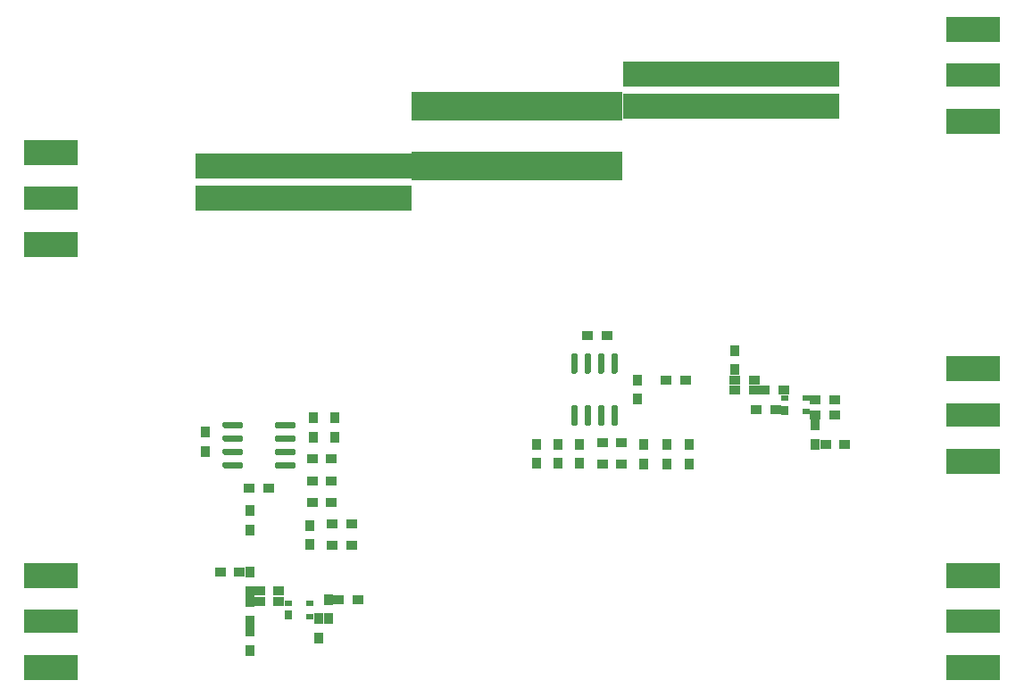
<source format=gbr>
%TF.GenerationSoftware,KiCad,Pcbnew,(5.1.8)-1*%
%TF.CreationDate,2021-11-19T11:08:09-06:00*%
%TF.ProjectId,EE514 Board,45453531-3420-4426-9f61-72642e6b6963,rev?*%
%TF.SameCoordinates,Original*%
%TF.FileFunction,Paste,Top*%
%TF.FilePolarity,Positive*%
%FSLAX46Y46*%
G04 Gerber Fmt 4.6, Leading zero omitted, Abs format (unit mm)*
G04 Created by KiCad (PCBNEW (5.1.8)-1) date 2021-11-19 11:08:09*
%MOMM*%
%LPD*%
G01*
G04 APERTURE LIST*
%ADD10R,20.574000X2.428240*%
%ADD11R,19.939000X2.829560*%
%ADD12R,0.950000X0.975000*%
%ADD13R,0.975000X0.950000*%
%ADD14R,0.800000X0.900000*%
%ADD15R,0.800000X0.600000*%
%ADD16R,5.080000X2.420000*%
%ADD17R,5.080000X2.290000*%
G04 APERTURE END LIST*
D10*
%TO.C,FL101*%
X162052000Y-66182240D03*
X121539000Y-77978000D03*
X121539000Y-74936350D03*
D11*
X141795500Y-74936350D03*
X141795500Y-69223890D03*
D10*
X162052000Y-69223890D03*
%TD*%
%TO.C,U501*%
G36*
G01*
X147363320Y-94598360D02*
X147063320Y-94598360D01*
G75*
G02*
X146913320Y-94448360I0J150000D01*
G01*
X146913320Y-92798360D01*
G75*
G02*
X147063320Y-92648360I150000J0D01*
G01*
X147363320Y-92648360D01*
G75*
G02*
X147513320Y-92798360I0J-150000D01*
G01*
X147513320Y-94448360D01*
G75*
G02*
X147363320Y-94598360I-150000J0D01*
G01*
G37*
G36*
G01*
X148633320Y-94598360D02*
X148333320Y-94598360D01*
G75*
G02*
X148183320Y-94448360I0J150000D01*
G01*
X148183320Y-92798360D01*
G75*
G02*
X148333320Y-92648360I150000J0D01*
G01*
X148633320Y-92648360D01*
G75*
G02*
X148783320Y-92798360I0J-150000D01*
G01*
X148783320Y-94448360D01*
G75*
G02*
X148633320Y-94598360I-150000J0D01*
G01*
G37*
G36*
G01*
X149903320Y-94598360D02*
X149603320Y-94598360D01*
G75*
G02*
X149453320Y-94448360I0J150000D01*
G01*
X149453320Y-92798360D01*
G75*
G02*
X149603320Y-92648360I150000J0D01*
G01*
X149903320Y-92648360D01*
G75*
G02*
X150053320Y-92798360I0J-150000D01*
G01*
X150053320Y-94448360D01*
G75*
G02*
X149903320Y-94598360I-150000J0D01*
G01*
G37*
G36*
G01*
X151173320Y-94598360D02*
X150873320Y-94598360D01*
G75*
G02*
X150723320Y-94448360I0J150000D01*
G01*
X150723320Y-92798360D01*
G75*
G02*
X150873320Y-92648360I150000J0D01*
G01*
X151173320Y-92648360D01*
G75*
G02*
X151323320Y-92798360I0J-150000D01*
G01*
X151323320Y-94448360D01*
G75*
G02*
X151173320Y-94598360I-150000J0D01*
G01*
G37*
G36*
G01*
X151173320Y-99548360D02*
X150873320Y-99548360D01*
G75*
G02*
X150723320Y-99398360I0J150000D01*
G01*
X150723320Y-97748360D01*
G75*
G02*
X150873320Y-97598360I150000J0D01*
G01*
X151173320Y-97598360D01*
G75*
G02*
X151323320Y-97748360I0J-150000D01*
G01*
X151323320Y-99398360D01*
G75*
G02*
X151173320Y-99548360I-150000J0D01*
G01*
G37*
G36*
G01*
X149903320Y-99548360D02*
X149603320Y-99548360D01*
G75*
G02*
X149453320Y-99398360I0J150000D01*
G01*
X149453320Y-97748360D01*
G75*
G02*
X149603320Y-97598360I150000J0D01*
G01*
X149903320Y-97598360D01*
G75*
G02*
X150053320Y-97748360I0J-150000D01*
G01*
X150053320Y-99398360D01*
G75*
G02*
X149903320Y-99548360I-150000J0D01*
G01*
G37*
G36*
G01*
X148633320Y-99548360D02*
X148333320Y-99548360D01*
G75*
G02*
X148183320Y-99398360I0J150000D01*
G01*
X148183320Y-97748360D01*
G75*
G02*
X148333320Y-97598360I150000J0D01*
G01*
X148633320Y-97598360D01*
G75*
G02*
X148783320Y-97748360I0J-150000D01*
G01*
X148783320Y-99398360D01*
G75*
G02*
X148633320Y-99548360I-150000J0D01*
G01*
G37*
G36*
G01*
X147363320Y-99548360D02*
X147063320Y-99548360D01*
G75*
G02*
X146913320Y-99398360I0J150000D01*
G01*
X146913320Y-97748360D01*
G75*
G02*
X147063320Y-97598360I150000J0D01*
G01*
X147363320Y-97598360D01*
G75*
G02*
X147513320Y-97748360I0J-150000D01*
G01*
X147513320Y-99398360D01*
G75*
G02*
X147363320Y-99548360I-150000J0D01*
G01*
G37*
%TD*%
%TO.C,U401*%
G36*
G01*
X115797200Y-103151800D02*
X115797200Y-103451800D01*
G75*
G02*
X115647200Y-103601800I-150000J0D01*
G01*
X113997200Y-103601800D01*
G75*
G02*
X113847200Y-103451800I0J150000D01*
G01*
X113847200Y-103151800D01*
G75*
G02*
X113997200Y-103001800I150000J0D01*
G01*
X115647200Y-103001800D01*
G75*
G02*
X115797200Y-103151800I0J-150000D01*
G01*
G37*
G36*
G01*
X115797200Y-101881800D02*
X115797200Y-102181800D01*
G75*
G02*
X115647200Y-102331800I-150000J0D01*
G01*
X113997200Y-102331800D01*
G75*
G02*
X113847200Y-102181800I0J150000D01*
G01*
X113847200Y-101881800D01*
G75*
G02*
X113997200Y-101731800I150000J0D01*
G01*
X115647200Y-101731800D01*
G75*
G02*
X115797200Y-101881800I0J-150000D01*
G01*
G37*
G36*
G01*
X115797200Y-100611800D02*
X115797200Y-100911800D01*
G75*
G02*
X115647200Y-101061800I-150000J0D01*
G01*
X113997200Y-101061800D01*
G75*
G02*
X113847200Y-100911800I0J150000D01*
G01*
X113847200Y-100611800D01*
G75*
G02*
X113997200Y-100461800I150000J0D01*
G01*
X115647200Y-100461800D01*
G75*
G02*
X115797200Y-100611800I0J-150000D01*
G01*
G37*
G36*
G01*
X115797200Y-99341800D02*
X115797200Y-99641800D01*
G75*
G02*
X115647200Y-99791800I-150000J0D01*
G01*
X113997200Y-99791800D01*
G75*
G02*
X113847200Y-99641800I0J150000D01*
G01*
X113847200Y-99341800D01*
G75*
G02*
X113997200Y-99191800I150000J0D01*
G01*
X115647200Y-99191800D01*
G75*
G02*
X115797200Y-99341800I0J-150000D01*
G01*
G37*
G36*
G01*
X120747200Y-99341800D02*
X120747200Y-99641800D01*
G75*
G02*
X120597200Y-99791800I-150000J0D01*
G01*
X118947200Y-99791800D01*
G75*
G02*
X118797200Y-99641800I0J150000D01*
G01*
X118797200Y-99341800D01*
G75*
G02*
X118947200Y-99191800I150000J0D01*
G01*
X120597200Y-99191800D01*
G75*
G02*
X120747200Y-99341800I0J-150000D01*
G01*
G37*
G36*
G01*
X120747200Y-100611800D02*
X120747200Y-100911800D01*
G75*
G02*
X120597200Y-101061800I-150000J0D01*
G01*
X118947200Y-101061800D01*
G75*
G02*
X118797200Y-100911800I0J150000D01*
G01*
X118797200Y-100611800D01*
G75*
G02*
X118947200Y-100461800I150000J0D01*
G01*
X120597200Y-100461800D01*
G75*
G02*
X120747200Y-100611800I0J-150000D01*
G01*
G37*
G36*
G01*
X120747200Y-101881800D02*
X120747200Y-102181800D01*
G75*
G02*
X120597200Y-102331800I-150000J0D01*
G01*
X118947200Y-102331800D01*
G75*
G02*
X118797200Y-102181800I0J150000D01*
G01*
X118797200Y-101881800D01*
G75*
G02*
X118947200Y-101731800I150000J0D01*
G01*
X120597200Y-101731800D01*
G75*
G02*
X120747200Y-101881800I0J-150000D01*
G01*
G37*
G36*
G01*
X120747200Y-103151800D02*
X120747200Y-103451800D01*
G75*
G02*
X120597200Y-103601800I-150000J0D01*
G01*
X118947200Y-103601800D01*
G75*
G02*
X118797200Y-103451800I0J150000D01*
G01*
X118797200Y-103151800D01*
G75*
G02*
X118947200Y-103001800I150000J0D01*
G01*
X120597200Y-103001800D01*
G75*
G02*
X120747200Y-103151800I0J-150000D01*
G01*
G37*
%TD*%
D12*
%TO.C,R507*%
X153797000Y-101322500D03*
X153797000Y-103147500D03*
%TD*%
%TO.C,R506*%
X158115000Y-103147500D03*
X158115000Y-101322500D03*
%TD*%
D13*
%TO.C,R505*%
X157757500Y-95250000D03*
X155932500Y-95250000D03*
%TD*%
%TO.C,R504*%
X151681820Y-103210360D03*
X149856820Y-103210360D03*
%TD*%
%TO.C,R503*%
X149856820Y-101178360D03*
X151681820Y-101178360D03*
%TD*%
D12*
%TO.C,R502*%
X145689320Y-101281860D03*
X145689320Y-103106860D03*
%TD*%
%TO.C,R501*%
X143657320Y-103106860D03*
X143657320Y-101281860D03*
%TD*%
D13*
%TO.C,R407*%
X126083700Y-110921800D03*
X124258700Y-110921800D03*
%TD*%
D12*
%TO.C,R406*%
X122123200Y-108993300D03*
X122123200Y-110818300D03*
%TD*%
%TO.C,R405*%
X116408200Y-109421300D03*
X116408200Y-107596300D03*
%TD*%
%TO.C,R404*%
X124460000Y-98782500D03*
X124460000Y-100607500D03*
%TD*%
%TO.C,R403*%
X122428000Y-100607500D03*
X122428000Y-98782500D03*
%TD*%
D13*
%TO.C,R402*%
X122353700Y-104775000D03*
X124178700Y-104775000D03*
%TD*%
%TO.C,R401*%
X124178700Y-106807000D03*
X122353700Y-106807000D03*
%TD*%
%TO.C,R301*%
X164282120Y-95189040D03*
X162457120Y-95189040D03*
%TD*%
%TO.C,R201*%
X119187600Y-115239800D03*
X117362600Y-115239800D03*
%TD*%
D14*
%TO.C,Q301*%
X167165940Y-98058860D03*
D15*
X167165940Y-96908860D03*
X169185940Y-98208860D03*
X169185940Y-96908860D03*
%TD*%
D14*
%TO.C,Q201*%
X120071800Y-117505100D03*
D15*
X120071800Y-116355100D03*
X122091800Y-117655100D03*
X122091800Y-116355100D03*
%TD*%
D12*
%TO.C,L305*%
X170055540Y-99491160D03*
X170055540Y-101316160D03*
%TD*%
D13*
%TO.C,L304*%
X170072680Y-97081340D03*
X171897680Y-97081340D03*
%TD*%
%TO.C,L303*%
X166281740Y-98036380D03*
X164456740Y-98036380D03*
%TD*%
%TO.C,L302*%
X167078660Y-96136460D03*
X165253660Y-96136460D03*
%TD*%
%TO.C,L301*%
X164280860Y-96136460D03*
X162455860Y-96136460D03*
%TD*%
D12*
%TO.C,L203*%
X123901200Y-117843300D03*
X123901200Y-116018300D03*
%TD*%
%TO.C,L202*%
X116408200Y-115248700D03*
X116408200Y-113423700D03*
%TD*%
%TO.C,L201*%
X116408200Y-119015500D03*
X116408200Y-120840500D03*
%TD*%
D16*
%TO.C,J106*%
X185031800Y-94121200D03*
X185031800Y-102881200D03*
D17*
X185031800Y-98501200D03*
%TD*%
D16*
%TO.C,J105*%
X185031800Y-113730000D03*
X185031800Y-122490000D03*
D17*
X185031800Y-118110000D03*
%TD*%
D16*
%TO.C,J104*%
X185031800Y-61914000D03*
X185031800Y-70674000D03*
D17*
X185031800Y-66294000D03*
%TD*%
D16*
%TO.C,J103*%
X97594000Y-122490000D03*
X97594000Y-113730000D03*
D17*
X97594000Y-118110000D03*
%TD*%
D16*
%TO.C,J102*%
X97594000Y-82358000D03*
X97594000Y-73598000D03*
D17*
X97594000Y-77978000D03*
%TD*%
D12*
%TO.C,C504*%
X155956000Y-103147500D03*
X155956000Y-101322500D03*
%TD*%
D13*
%TO.C,C503*%
X148459820Y-91018360D03*
X150284820Y-91018360D03*
%TD*%
D12*
%TO.C,C502*%
X153162000Y-97010860D03*
X153162000Y-95185860D03*
%TD*%
%TO.C,C501*%
X147721320Y-101281860D03*
X147721320Y-103106860D03*
%TD*%
D13*
%TO.C,C404*%
X124258700Y-108889800D03*
X126083700Y-108889800D03*
%TD*%
D12*
%TO.C,C403*%
X112217200Y-101991800D03*
X112217200Y-100166800D03*
%TD*%
D13*
%TO.C,C402*%
X118209700Y-105460800D03*
X116384700Y-105460800D03*
%TD*%
%TO.C,C401*%
X122353700Y-102666800D03*
X124178700Y-102666800D03*
%TD*%
%TO.C,C305*%
X170067600Y-98531680D03*
X171892600Y-98531680D03*
%TD*%
%TO.C,C304*%
X172840020Y-101325680D03*
X171015020Y-101325680D03*
%TD*%
D12*
%TO.C,C301*%
X162445700Y-92402020D03*
X162445700Y-94227020D03*
%TD*%
%TO.C,C205*%
X122961400Y-117845200D03*
X122961400Y-119670200D03*
%TD*%
D13*
%TO.C,C204*%
X126680600Y-116027200D03*
X124855600Y-116027200D03*
%TD*%
%TO.C,C203*%
X117362600Y-116179600D03*
X119187600Y-116179600D03*
%TD*%
%TO.C,C202*%
X113630700Y-113411000D03*
X115455700Y-113411000D03*
%TD*%
D12*
%TO.C,C201*%
X116408200Y-118046500D03*
X116408200Y-116221500D03*
%TD*%
M02*

</source>
